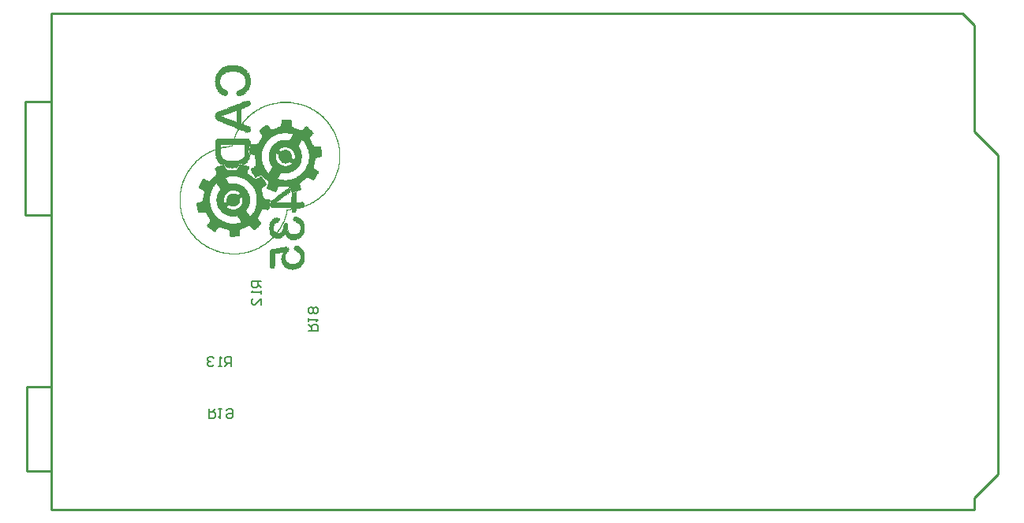
<source format=gbo>
%FSTAX23Y23*%
%MOMM*%
%SFA1B1*%

%IPPOS*%
%ADD34C,0.254000*%
%ADD96C,0.177800*%
%LNramps_tmc-1*%
%LPD*%
G36*
X25562Y47346D02*
X25746D01*
Y473*
X25792*
X25838*
Y47254*
X25884*
Y47208*
X2593*
X25976*
Y47162*
X26022*
Y47116*
X26068*
Y4707*
X26113*
Y47024*
X26159*
Y46932*
X26205*
Y46886*
X26251*
Y46748*
X26297*
Y46702*
X26344*
Y46472*
X2639*
Y45828*
X26344*
Y45645*
X26297*
Y45553*
X26205*
Y45507*
X26251*
Y45415*
X26205*
Y45369*
X26159*
Y45277*
X26113*
Y45231*
X26068*
Y45185*
X26022*
Y45139*
X25976*
Y45093*
X2593*
Y45047*
X25884*
X25838*
Y45001*
X25792*
Y44955*
X25746*
X257*
Y44909*
X25562*
Y44863*
X2547*
Y44817*
X25194*
Y44771*
X25148*
X25102*
X25056*
X2501*
Y44817*
X24688*
Y44863*
X24596*
Y44909*
X24504*
Y44955*
X24412*
Y45001*
X24366*
Y45047*
X2432*
X24274*
Y45093*
X24228*
Y45139*
X24182*
Y45185*
X24136*
Y45277*
X2409*
Y45323*
X24044*
Y45369*
X23998*
Y45507*
X23952*
Y45645*
X23906*
Y45875*
X2386*
Y46013*
X23906*
Y46242*
X23952*
Y4638*
X23998*
Y46518*
X24044*
Y46564*
X2409*
Y4661*
X24044*
Y46656*
X23998*
X23952*
Y4661*
X23768*
Y46564*
X23722*
X23584*
X23538*
X23492*
Y46518*
X23401*
X23355*
X23309*
X23217*
Y45185*
X23171*
Y45001*
X23125*
Y44955*
X23079*
Y44909*
X22757*
Y44955*
X22711*
Y45001*
X22665*
Y45185*
X22619*
Y46702*
X22665*
Y46886*
X22711*
Y46932*
X22757*
Y46978*
X22849*
Y47024*
X22895*
X22986*
Y4707*
X23309*
Y47116*
X23355*
X23492*
Y47162*
X23768*
Y47208*
X23814*
X2386*
X23906*
X23952*
X23998*
X24044*
X2409*
Y47254*
X24136*
X24182*
X24228*
X24274*
Y473*
X2432*
X24458*
X24504*
X2455*
Y47254*
X24596*
Y47208*
X24642*
Y47162*
X24688*
Y47024*
X24734*
Y46932*
X24688*
Y4684*
X24642*
Y46748*
X24596*
Y46702*
X2455*
Y46656*
X24504*
Y46564*
X24458*
Y46518*
X24412*
Y46426*
X24366*
Y45875*
X24412*
Y45782*
X24458*
Y45691*
X24504*
Y45645*
X2455*
Y45599*
X24642*
Y45553*
X24734*
Y45507*
X2478*
Y45461*
X24826*
X24872*
X24918*
X24964*
X2501*
X25056*
X25102*
X25148*
X25194*
X2524*
X25286*
X25332*
X25378*
Y45415*
X25424*
Y45461*
X2547*
Y45507*
X25516*
X25562*
Y45553*
X25654*
Y45599*
X257*
Y45645*
X25746*
Y45599*
X25792*
Y45645*
X25746*
Y45691*
X25792*
Y45737*
X25838*
Y45828*
X25884*
Y45921*
X2593*
Y46334*
X25976*
Y4638*
X2593*
Y46334*
X25884*
Y46426*
X25838*
Y46518*
X25792*
Y46564*
X25746*
Y4661*
X257*
Y46656*
X25654*
Y46702*
X25608*
Y46748*
X25562*
X25516*
Y46794*
X2547*
X25424*
Y4684*
X25332*
Y46886*
X25286*
Y46932*
X2524*
Y47024*
X25194*
Y47162*
X2524*
Y473*
X25286*
X25332*
Y47346*
X25424*
Y47392*
X25562*
Y47346*
G37*
G36*
X20319Y62981D02*
X20411D01*
Y62889*
X20457*
Y62935*
X20503*
Y62889*
X20549*
Y62843*
X20503*
Y62797*
X20595*
Y62521*
X20549*
Y62429*
X20457*
Y62383*
X20365*
Y62337*
X20319*
Y62291*
X20182*
Y62245*
X20044*
Y62199*
X19952*
Y62153*
X19814*
Y62107*
X19676*
Y62061*
X1963*
Y60544*
X19676*
Y6059*
X19722*
Y60682*
X19768*
Y60728*
X19814*
Y60774*
X1986*
Y6082*
X19906*
Y60866*
X19952*
Y60911*
X19998*
Y61003*
X20044*
Y61049*
X2009*
Y61095*
X20136*
Y61142*
X20182*
Y61187*
X20228*
Y61234*
X20274*
Y6128*
X20319*
Y61326*
X20411*
Y61371*
X20457*
Y61417*
X20503*
Y61463*
X20549*
Y61509*
X20595*
Y61555*
X20641*
Y61601*
X20733*
Y61647*
X20779*
Y61693*
X20825*
Y61739*
X20917*
Y61785*
X20963*
Y61831*
X21055*
Y61877*
X21101*
Y61923*
X21193*
Y61969*
X21239*
Y62015*
X21331*
Y62061*
X21423*
Y62107*
X21515*
Y62153*
X21561*
Y62199*
X21653*
Y62245*
X21745*
Y62291*
X21883*
Y62337*
X21975*
Y62383*
X22067*
Y62429*
X22159*
X22205*
Y62475*
X22297*
Y62521*
X22435*
Y62567*
X22573*
Y62613*
X22757*
Y62659*
X22849*
X22895*
X22941*
Y62705*
X22986*
X23032*
X23079*
X23125*
Y62751*
X23171*
X23309*
X23355*
X23401*
Y62797*
X23768*
Y62843*
X24918*
Y62797*
X25286*
Y62751*
X25332*
X2547*
X25516*
X25562*
Y62705*
X25608*
X25654*
X257*
X25746*
Y62659*
X25792*
X25838*
X25884*
X2593*
Y62613*
X26113*
Y62567*
X26251*
Y62521*
X2639*
Y62475*
X26482*
Y62429*
X26619*
Y62383*
X26711*
Y62337*
X26803*
Y62291*
X26941*
Y62245*
X27033*
Y62199*
X27079*
X27125*
Y62153*
X27171*
Y62107*
X27263*
Y62061*
X27355*
Y62015*
X27447*
Y61969*
X27493*
Y61923*
X27585*
Y61877*
X27631*
Y61831*
X27723*
Y61785*
X27769*
Y61739*
X27861*
Y61693*
X27907*
Y61647*
X27953*
Y61601*
X28045*
Y61555*
X28091*
Y61509*
X28137*
Y61463*
X28183*
Y61417*
X28229*
Y61371*
X28275*
Y61326*
X28367*
Y6128*
X28413*
Y61234*
X28459*
Y61187*
X28505*
Y61142*
X28551*
Y61095*
X28597*
Y61049*
X28643*
Y61003*
X28689*
Y60911*
X28735*
Y60866*
X28781*
Y6082*
X28827*
Y60774*
X28873*
Y60728*
X28919*
Y60682*
X28965*
Y6059*
X29011*
Y60544*
X29057*
Y60498*
X29103*
Y60406*
X29149*
Y6036*
X29195*
Y60268*
X2924*
Y60222*
X29286*
Y6013*
X29332*
Y60084*
X29378*
Y59992*
X29424Y59992*
Y599*
X2947*
Y59854*
X29516*
Y59762*
X29563*
Y5967*
X29608*
Y59578*
X29655*
Y59486*
X297*
Y59394*
X29746*
Y59256*
X29792*
Y59164*
X29838*
Y59026*
X29884*
Y58888*
X2993*
Y5875*
X29976*
Y58612*
X30022*
Y58428*
X30068*
Y58199*
X30114*
Y57969*
X3016*
Y57601*
X30206*
Y56451*
X3016*
Y56083*
X30114*
Y55853*
X30068*
Y55623*
X30022*
Y55439*
X29976*
Y55301*
X2993*
Y55163*
X29884*
Y55026*
X29838*
Y54888*
X29792*
Y54796*
X29746*
Y54658*
X297*
Y54566*
X29655*
Y54474*
X29608*
Y54382*
X29563*
Y5429*
X29516*
Y54198*
X2947*
Y54152*
X29424*
Y5406*
X29378*
Y53968*
X29332*
Y53922*
X29286*
Y5383*
X2924*
Y53784*
X29195*
Y53692*
X29149*
Y53646*
X29103*
Y53554*
X29057*
Y53508*
X29011*
Y53462*
X28965*
Y5337*
X28919*
Y53324*
X28873*
Y53278*
X28827*
Y53232*
X28781*
Y53186*
X28735*
Y5314*
X28689*
Y53048*
X28643*
Y53002*
X28597*
Y52956*
X28551*
Y5291*
X28505*
Y52864*
X28459*
Y52818*
X28413*
Y52772*
X28367*
Y52726*
X28275*
Y5268*
X28229*
Y52634*
X28183*
Y52588*
X28137*
Y52542*
X28091*
Y52496*
X28045*
Y5245*
X27953*
Y52404*
X27907*
Y52358*
X27861*
Y52312*
X27815*
X27769*
Y52266*
X27723*
Y5222*
X27631*
Y52174*
X27585*
Y52128*
X27493*
Y52082*
X27447*
Y52036*
X27355*
Y51991*
X27263*
Y51945*
X27171*
Y51899*
X27125*
Y51853*
X27033*
Y51807*
X26941*
Y51761*
X26895*
X26849*
X26803*
Y51715*
X26711*
Y51669*
X26619*
Y51623*
X26482*
Y51577*
X26436*
X2639*
Y51531*
X26251*
Y51485*
X26113*
Y51439*
X2593*
Y51393*
X25746*
Y51347*
X25562*
Y51255*
X25516*
Y51071*
X2547*
Y51025*
X25424*
Y50979*
X25378*
Y50933*
X25148*
Y50979*
X25056*
Y51117*
X2501*
Y51255*
X24964*
X24918*
Y51209*
X24596*
Y51117*
X2455*
Y50887*
X24504*
Y50703*
X24458*
Y50565*
X24412*
Y50427*
X24366*
Y50289*
X2432*
Y50151*
X24274*
Y50059*
X24228*
Y49921*
X24182*
Y49829*
X24136*
Y49737*
X24182*
Y49783*
X24228*
Y49829*
X24504*
Y49783*
X2455*
Y49737*
X24596*
Y49047*
X24642*
Y48909*
X24688*
Y48864*
X24734*
Y48772*
X24826*
Y48726*
X24872*
Y4868*
X24918*
X24964*
Y48634*
X25516*
Y4868*
X25562*
X25608*
Y48726*
X25654*
Y48772*
X25746*
Y48864*
X25838*
Y48955*
X25884*
Y49093*
X2593*
Y49461*
X25884*
Y49599*
X25838*
Y49691*
X25792*
Y49737*
X257*
Y49783*
X25654*
Y49829*
X25608*
Y49875*
X2547*
Y49921*
X25424*
Y49967*
X25286*
Y50013*
X25194*
Y50059*
X25148*
Y50151*
X25102*
Y50289*
X25148*
Y50335*
X25102*
Y50381*
X25148*
Y50427*
X25194*
Y50473*
X2524*
Y50519*
X25608*
Y50473*
X257*
Y50427*
X25792*
Y50381*
X25884*
Y50335*
X2593*
Y50289*
X25976*
Y50243*
X26022*
Y50197*
X26068*
Y50151*
X26113*
Y50105*
X26159*
Y50059*
X26205*
Y49967*
X26251*
Y49875*
X26297*
Y49783*
X26344*
Y49691*
X26297*
Y49645*
X26344*
Y49599*
X2639*
Y48955*
X26344*
Y48772*
X26297*
Y4868*
X26251*
X26205*
Y48634*
X26251*
Y48588*
X26205*
Y48496*
X26159*
Y4845*
X26113*
Y48358*
X26068*
Y48312*
X26022*
Y48266*
X25976*
Y4822*
X2593*
X25884*
Y48174*
X25838*
Y48128*
X25746*
Y48082*
X257*
Y48128*
X25654*
Y48036*
X25562*
Y4799*
X25516*
X2547*
X25332*
X25286*
Y47944*
X2524*
X25194*
X25148*
X25102*
Y4799*
X25056*
Y48036*
X2501*
Y4799*
X24964*
X24918*
X24872*
Y48036*
X24826*
Y48082*
X24734*
Y48128*
X24642*
Y48174*
X24688*
Y4822*
X24642*
Y48174*
X24596*
Y4822*
X2455*
Y48266*
X24504*
Y48312*
X24458*
Y48358*
X24412*
Y4845*
X24366*
Y48542*
X24228*
Y4845*
X24182*
Y48404*
X24136*
X2409*
Y48358*
X24044*
Y48312*
X23998*
Y48266*
X23952*
X23906*
Y4822*
X2386*
X23814*
Y48174*
X23768*
X23722*
X23676*
Y48128*
X23309*
Y48174*
X23263*
X23217*
Y4822*
X23171*
X23125*
X23079*
X23032*
Y48174*
X22986*
Y48128*
X22941*
Y48082*
X22895*
Y48036*
X22849*
Y4799*
X22757*
Y47944*
X22711*
Y47898*
X22665*
Y47852*
X22619*
Y47806*
X22573*
Y4776*
X22527*
Y47714*
X22435*
Y47668*
X22389*
Y47622*
X22343*
Y47576*
X22251*
Y4753*
X22205*
Y47484*
X22113*
Y47438*
X22067*
Y47392*
X21975*
Y47346*
X21929*
Y473*
X21837*
Y47254*
X21745*
Y47208*
X21653*
Y47162*
X21607*
Y47116*
X21515*
Y4707*
X21423*
Y47024*
X21285*
Y46978*
X21193*
Y46932*
X21101*
Y46886*
X20963*
Y4684*
X20871*
Y46794*
X20733*
Y46748*
X20595*
Y46702*
X20411*
Y46656*
X20228*
Y4661*
X20044*
Y46564*
X19768*
Y46518*
X19492*
X19446*
X194*
Y46472*
X19354*
X19216*
X1917*
X19124*
X18986*
X1894*
X18894*
X18756*
X1871*
X18664*
X18526*
X1848*
X18434*
X18388*
X18342*
X18296*
X1825*
Y46518*
X18204*
X18158*
X18112*
X18066*
X1802*
X17974*
X17928*
X17882*
Y46564*
X17836*
X1779*
X17744*
X17606*
Y4661*
X17422*
Y46656*
X17376*
X1733*
X17284*
X17238*
Y46702*
X17193*
X17147*
X17101*
X17055*
Y46748*
X17009*
X16963*
X16917*
Y46794*
X16825*
X16779*
Y4684*
X16687*
Y46886*
X16595*
X16549*
Y46932*
X16503*
X16457*
Y46978*
X16411*
X16365*
Y47024*
X16319*
X16273*
X16227*
Y4707*
X16135*
Y47116*
X16043*
Y47162*
X15997*
Y47208*
X15951*
X15905*
Y47254*
X15859*
X15813*
Y473*
X15721*
Y47346*
X15675*
Y47392*
X15583*
Y47438*
X15537*
Y47484*
X15445*
X15445Y4753*
X15399*
Y47576*
X15307*
Y47622*
X15261*
Y47668*
X15215*
Y47714*
X15169*
X15123*
Y4776*
X15077*
Y47806*
X15031*
Y47852*
X14985*
Y47898*
X14939*
Y47944*
X14893*
Y4799*
X14801*
Y48036*
X14755*
Y48082*
X14709*
Y48128*
X14663*
Y48174*
X14617*
Y4822*
X14571*
Y48266*
X14526*
Y48312*
X1448*
Y48404*
X14434*
Y4845*
X14388*
Y48496*
X14341*
Y48542*
X14295*
Y48588*
X1425*
Y48634*
X14203*
Y48726*
X14157*
Y48772*
X14111*
Y48818*
X14066*
Y48909*
X1402*
Y48955*
X13974*
Y49047*
X13928*
Y49093*
X13882*
Y49186*
X13836*
Y49232*
X1379*
Y49324*
X13744*
Y49415*
X13698*
Y49461*
X13652*
Y49553*
X13606*
Y49645*
X1356*
Y49737*
X13514*
Y49829*
X13468*
Y49921*
X13422*
Y50059*
X13376*
Y50151*
X1333*
Y50289*
X13284*
Y50427*
X13238*
Y50565*
X13192*
Y50703*
X13146*
Y50887*
X131*
Y51117*
X13054*
Y51347*
X13008*
Y51715*
X12962*
Y52864*
X13008*
Y53232*
X13054*
Y53462*
X131*
Y53692*
X13146*
Y53876*
X13192*
Y54014*
X13238*
Y54152*
X13284*
Y5429*
X1333*
Y54428*
X13376*
Y5452*
X13422*
Y54658*
X13468*
Y5475*
X13514*
Y54842*
X1356*
Y54934*
X13606*
Y55026*
X13652*
Y55117*
X13698*
Y55163*
X13744*
Y55255*
X1379*
Y55347*
X13836*
Y55393*
X13882*
Y55485*
X13928*
Y55531*
X13974*
Y55623*
X1402*
Y55669*
X14066*
Y55761*
X14111*
Y55807*
X14157*
Y55853*
X14203*
Y55945*
X14249*
X1425Y55991*
X14295*
Y56037*
X14341*
Y56083*
X14388*
Y56129*
X14434*
Y56175*
X1448*
Y56267*
X14526*
Y56313*
X14571*
Y56359*
X14617*
Y56405*
X14663*
Y56451*
X14709*
Y56497*
X14755*
Y56543*
X14801*
Y56589*
X14893*
Y56635*
X14939*
Y56681*
X14985*
Y56727*
X15031*
Y56773*
X15077*
Y56819*
X15123*
Y56865*
X15215*
Y56911*
X15261*
Y56957*
X15307*
Y57003*
X15399*
Y57049*
X15445*
Y57095*
X15537*
Y57141*
X15583*
Y57187*
X15675*
Y57233*
X15721*
Y57279*
X15813*
Y57325*
X15905*
Y57371*
X15997*
Y57417*
X16043*
Y57463*
X16135*
Y57509*
X16227*
Y57555*
X16365*
Y57601*
X16411*
X16457*
Y57647*
X16549*
Y57693*
X16687*
Y57739*
X16779*
Y57784*
X16825*
Y58704*
X16871*
Y58796*
X16917*
Y58842*
X16963*
Y58888*
X17193*
Y58934*
X17744*
X1779*
X17836*
X17974*
X1802*
X18066*
X18204*
X1825*
X18296*
X18434*
X1848*
X18526*
X18802*
Y59026*
X18848*
Y59164*
X18894*
Y59256*
X1894*
Y59394*
X18986*
Y59486*
X19032*
Y59578*
X19078*
Y5967*
X19124*
Y59762*
X1917*
Y59854*
X19216*
Y599*
X19262*
Y59946*
X19124*
Y59992*
X19032*
X18986Y59992*
Y60038*
X1894*
X18894*
Y60084*
X18802*
Y6013*
X18664*
Y60176*
X18572*
Y60222*
X18526*
X1848*
X18434*
Y60268*
X18388*
X18342*
X18296*
Y60314*
X1825*
Y6036*
X18112*
Y60406*
X18066*
X1802*
X17974*
Y60452*
X17928*
X17882*
Y60498*
X17836*
X1779*
X17744*
Y60544*
X17698*
X17652*
Y6059*
X17561*
Y60636*
X17422*
Y60682*
X1733*
X17284*
Y60728*
X17238*
X17193*
Y60774*
X17147*
X17101*
X17055*
Y6082*
X17009*
Y60866*
X16963*
Y60911*
X16871*
Y61003*
X16825*
Y61049*
X16779*
Y61234*
X16733*
Y61326*
X16779*
Y61509*
X16825*
Y61601*
X16871*
Y61647*
X16917*
Y61693*
X16963*
Y61739*
X17009*
X17055*
X17101*
Y61785*
X17147*
Y61831*
X17238*
X17284*
Y61877*
X17422*
Y61923*
X17468*
X17514*
Y61969*
X17561*
X17606*
X17652*
Y62015*
X17698*
X17744*
Y62061*
X1779*
X17836*
Y62107*
X17928*
Y62061*
X17974*
Y62153*
X18066*
Y62199*
X18112*
X18158*
X18204*
Y62153*
X1825*
Y62199*
X18204*
Y62245*
X1825*
X18296*
X18342*
Y62291*
X18434*
Y62337*
X18526*
Y62383*
X18664*
Y62429*
X1871*
X18756*
Y62475*
X18894*
Y62521*
X1894*
X18986*
X19032*
Y62567*
X19124*
Y62521*
X1917*
Y62567*
X19124*
Y62613*
X19262*
Y62659*
X19308*
X19354*
X194*
Y62705*
X19446*
X19492*
Y62751*
X19584*
Y62797*
X19722*
Y62843*
X19814*
Y62889*
X19952*
Y62935*
X20044*
Y62889*
X2009*
Y62981*
X20274*
Y63027*
X20319*
Y62981*
G37*
G36*
X19078Y66752D02*
X1917D01*
X19216*
X19262*
Y66706*
X19446*
Y6666*
X19584*
Y66614*
X19676*
Y66568*
X19768*
Y66522*
X1986*
Y66476*
X19906*
Y6643*
X19952*
Y66384*
X20044*
Y66338*
X2009*
Y66292*
X20136*
Y66246*
X20182*
Y662*
X20228*
Y66154*
X20274*
Y66108*
X20319*
Y66016*
X20365*
Y6597*
X20411*
Y65878*
X20457*
Y6574*
X20503*
Y65648*
X20549*
Y65418*
X20595*
Y64636*
X20549*
Y64452*
X20503*
Y6436*
X20457*
Y64222*
X20411*
Y6413*
X20365*
Y64084*
X20319*
Y63993*
X20274*
Y64038*
X20228*
Y63993*
X20274*
Y63947*
X20228*
Y63901*
X20182*
Y63855*
X20136*
Y63809*
X2009*
Y63855*
X20044*
Y63809*
X2009*
Y63763*
X20044*
Y63717*
X19998*
Y63763*
X19952*
Y63671*
X19906*
Y63625*
X19814*
Y63579*
X19722*
Y63533*
X1963*
Y63487*
X19216*
Y63533*
X1917*
Y63579*
X19124*
Y63625*
X19078*
Y63763*
X19032*
Y63809*
X19078*
Y63947*
X19124*
Y63993*
X1917*
Y64038*
X19216*
Y64084*
X19354*
Y6413*
X194*
X19446*
X19492*
Y64176*
X19538*
Y64222*
X1963*
Y64268*
X19722*
Y64314*
X19768*
Y6436*
X19814*
Y64452*
X1986*
Y64498*
X19906*
Y6459*
X19952*
Y64682*
X19998*
Y6482*
X20044*
Y6528*
X19998*
Y65372*
X19952*
Y6551*
X19906*
Y65602*
X1986*
Y65648*
X19814*
Y65694*
X19768*
Y6574*
X19814*
Y65786*
X19768*
Y6574*
X19722*
Y65786*
X19676*
Y65832*
X1963*
Y65878*
X19538*
Y65924*
X19446*
Y6597*
X194*
X19308*
Y66016*
X19216*
X1917*
X19124*
X19078*
Y66062*
X19032*
X18986*
X1894*
X18894*
X18848*
X18802*
X18756*
X1871*
X18664*
X18618*
X18572*
X18526*
X1848*
X18434*
X18388*
X18342*
Y66016*
X18296*
X1825*
X18204*
X18112*
Y6597*
X18066*
X1802*
X17974*
X17928*
Y65924*
X17882*
Y65878*
X1779*
Y65832*
X17744*
X17698*
Y65786*
X17652*
Y6574*
X17606*
Y65786*
X17561*
Y6574*
X17606*
Y65694*
X17561*
Y65648*
X17514*
Y65694*
X17468*
Y65648*
X17514*
Y65556*
X17468*
Y6551*
X17422*
Y65418*
X17376*
Y65234*
X1733*
Y64774*
X17376*
Y64636*
X17422*
Y64544*
X17468*
Y64498*
X17514*
Y64407*
X17561*
Y6436*
X17606*
Y64314*
X17652*
Y64268*
X17744*
Y64222*
X1779*
Y64176*
X17882*
Y6413*
X17928*
X17974*
Y64084*
X1802*
Y64038*
X18112*
Y63993*
X18158*
Y63855*
X18204*
Y63763*
X18158*
Y63625*
X18112*
Y63579*
X18066*
Y63533*
X1802*
Y63487*
X17698*
Y63533*
X17606*
Y63579*
X17514*
Y63671*
X17468*
Y63625*
X17422*
Y63671*
X17376*
Y63717*
X17284*
Y63763*
X17238*
Y63809*
X17193*
Y63855*
X17147*
Y63901*
X17101*
Y63993*
X17055*
Y64038*
X17009*
Y64084*
X17055*
Y6413*
X17009*
X16963*
Y64222*
X16917*
Y64314*
X16871*
Y64452*
X16825*
Y64636*
X16779*
Y64958*
X16733*
Y65096*
X16779*
Y65418*
X16825*
Y65602*
X16871*
Y6574*
X16917*
Y65832*
X16963*
Y65924*
X17055*
Y6597*
X17009*
Y66016*
X17055*
Y66062*
X17101*
Y66016*
X17147*
Y66062*
X17101*
Y66108*
X17147*
Y662*
X17193*
Y66246*
X17238*
Y66292*
X17284*
Y66338*
X1733*
Y66384*
X17422*
Y6643*
X17468*
Y66384*
X17514*
Y6643*
X17468*
Y66476*
X17514*
Y66522*
X17561*
Y66476*
X17606*
Y66568*
X17652*
X17698Y66568*
Y66614*
X1779*
Y6666*
X17928*
Y66706*
X17974*
X1802*
X18066*
X18112*
Y66752*
X18158*
X18204*
X1825*
Y66798*
X18296*
X18342*
X18388*
X18434*
X1848*
X18526*
X18572*
X18618*
X18664*
X1871*
X18756*
X18894*
X1894*
X18986*
X19078*
Y66752*
G37*
%LNramps_tmc-2*%
%LPC*%
G36*
X16963Y5406D02*
X16917D01*
Y54014*
X16871*
Y53968*
X16825*
Y53922*
X16779*
Y53876*
X16733*
Y53784*
X16687*
Y53738*
X16641*
Y53692*
X16595*
Y536*
X16549*
Y53508*
X16503*
Y53416*
X16457*
Y53324*
X16411*
Y53232*
X16365*
Y53094*
X16319*
Y52956*
X16273*
Y5268*
X16227*
Y51945*
X16273*
Y51623*
X16319*
Y51531*
X16365*
Y51347*
X16411*
Y51255*
X16457*
Y51163*
X16503*
Y51071*
X16549*
Y51025*
X16595*
Y50933*
X16641*
Y50887*
X16687*
Y50795*
X16733*
Y50703*
X16779*
X16825*
Y50611*
X16871*
Y50565*
X16917*
Y50519*
X16963*
Y50473*
X17009*
Y50427*
X17055*
Y50381*
X17101*
Y50335*
X17147*
Y50289*
X17193*
X17238*
Y50243*
X17284*
Y50197*
X1733*
X17376*
Y50151*
X17468*
Y50105*
X17514*
Y50059*
X17561*
X17606*
Y50013*
X17744*
Y49967*
X1779*
X17836*
Y49921*
X17974*
Y49875*
X18112*
Y49829*
X18204*
X1825*
X18296*
X18342*
Y49783*
X18388*
X18434*
X1848*
X18526*
X18572*
X18618*
X19078*
Y49829*
X19354*
Y49875*
X194*
X19446*
X19492*
Y49921*
X19538*
Y50013*
X19492*
Y50059*
X19446*
Y50151*
X194*
Y50243*
X19354*
Y50289*
X19308*
Y50381*
X19262*
Y50427*
X19216*
Y50519*
X1917*
Y50565*
X19124*
Y50519*
X1848*
X18434*
X18388*
X18342*
Y50565*
X18296*
X1825*
X18158*
Y50611*
X18066*
Y50657*
X17928*
Y50703*
X17882*
Y50749*
X1779*
Y50795*
X17744*
Y50841*
X17698*
X17652*
Y50887*
X17606*
Y50933*
X17561*
Y50979*
X17514*
Y51025*
X17422*
Y51117*
X17376*
Y51163*
X1733*
Y51209*
X17284*
Y51255*
X17238*
Y51347*
X17193*
Y51393*
X17147*
Y51485*
X17101*
Y51623*
X17055*
Y51715*
X17009*
Y51899*
X16963*
Y52128*
X16917*
Y52496*
X16963*
Y5268*
X17009*
Y52864*
X17055*
Y53002*
X17101*
Y53094*
X17147*
Y53186*
X17193*
Y53278*
X17238*
Y53324*
X17284*
Y53416*
X1733*
Y53462*
X17284*
Y53554*
X17238*
Y53646*
X17193*
Y53692*
X17147*
Y53784*
X17101*
Y5383*
X17055*
Y53922*
X17009*
Y53968*
X16963*
Y5406*
G37*
G36*
X19032Y54796D02*
X18986D01*
X1894*
X18894*
X18848*
X18802*
X18756*
X1871*
X18664*
X18618*
X18572*
X18526*
X1848*
X18434*
X18388*
X18342*
X1825*
Y5475*
X18066*
Y54704*
X17974*
X17928*
Y54612*
X17974*
Y5452*
X1802*
Y54474*
X18066*
Y54382*
X18112*
Y54336*
X18158*
Y54244*
X18204*
Y54152*
X1825*
Y54106*
X18296*
Y5406*
X18572*
Y54106*
X18894*
Y5406*
X1894*
X18986*
X19032*
X19078*
X19124*
X1917*
X19216*
Y54014*
X19262*
X19308*
X19354*
Y53968*
X19446*
Y53922*
X19584*
Y53876*
X1963*
Y5383*
X19676*
X19722*
Y53784*
X19768*
Y53738*
X1986*
Y53692*
X19906*
Y53646*
X19952*
Y536*
X19998*
Y53554*
X20044*
Y53508*
X2009*
Y53462*
X20136*
Y53416*
X20182*
Y53324*
X20228*
Y53278*
X20274*
Y53186*
X20319*
Y53094*
X20365*
Y53002*
X20411*
Y52864*
X20457*
Y52726*
X20503*
Y52496*
X20549*
Y52082*
X20503*
Y51899*
X20457*
Y51715*
X20411*
Y51577*
X20365*
Y51485*
X20319*
Y51393*
X20274*
Y51347*
X20228*
Y51255*
X20182*
Y51209*
X20136*
Y51117*
X20182*
Y51071*
X20228*
Y50979*
X20274*
Y50933*
X20319*
Y50841*
X20365*
Y50749*
X20411*
Y50703*
X20457*
Y50611*
X20503*
Y50565*
X20595*
Y50611*
X20641*
Y50657*
X20687*
Y50703*
X20733*
Y50795*
X20779*
Y50841*
X20825*
Y50933*
X20871*
Y50979*
X20917*
Y51071*
X20963*
Y51117*
X21009*
Y51255*
X21055*
Y51393*
X21101*
Y51485*
X21147*
Y51669*
X21193*
Y51853*
X21239*
Y52726*
X21193*
Y52956*
X21147*
Y53094*
X21101*
Y53232*
X21055*
Y53324*
X21009*
Y53462*
X20963*
Y53508*
X20917*
Y536*
X20871*
Y53692*
X20825*
Y53738*
X20779*
Y5383*
X20733*
Y53876*
X20687*
Y53922*
X20641*
Y53968*
X20595*
Y54014*
X20549*
Y5406*
X20503*
Y54106*
X20457*
Y54152*
X20411*
Y54198*
X20365*
Y54244*
X20319*
Y5429*
X20274*
Y54336*
X20228*
X20182*
Y54382*
X20136*
X2009*
Y54428*
X20044*
Y54474*
X19952*
Y5452*
X19906*
Y54566*
X19814*
Y54612*
X19676*
Y54658*
X19538*
Y54704*
X19446*
Y5475*
X19216*
Y54796*
X19078*
X19032*
G37*
G36*
X25424Y53186D02*
X25332D01*
Y5314*
X25424*
Y53186*
G37*
G36*
X18756Y53324D02*
X18664D01*
Y53278*
X18434*
Y53232*
X18388*
X18342*
X18296*
Y53186*
X1825*
Y5314*
X18158*
Y53094*
X18112*
Y53048*
X18066*
Y53002*
X1802*
Y52956*
X17974*
Y5291*
X17928*
Y52864*
X17882*
Y52818*
X17836*
Y5268*
X1779*
Y52588*
X17744*
Y52036*
X1779*
Y51991*
X17836*
Y52036*
X17882*
X17928*
Y52082*
X17974*
X1802*
Y52496*
X18066*
Y52588*
X18112*
Y52726*
X18204*
Y52818*
X1825*
Y52864*
X18342*
Y5291*
X18388*
Y52956*
X1848*
Y53002*
X18894*
X1894*
X18986*
Y52956*
X19032*
X19078*
Y5291*
X1917*
Y52864*
X19216*
Y5291*
X19308*
Y52956*
X19354*
Y53002*
X19446*
Y53048*
X19354*
Y53094*
X19308*
Y5314*
X19262*
Y53186*
X19216*
X1917*
Y53232*
X19124*
X19032*
Y53278*
X18986*
X1894*
X18894*
X18756*
Y53324*
G37*
G36*
X2478Y53646D02*
X24734D01*
Y536*
X2478*
Y53462*
X24826*
Y53324*
X24872*
Y53232*
X24918*
Y53324*
X24872*
Y53462*
X24826*
Y536*
X2478*
Y53646*
G37*
G36*
X19262Y55853D02*
X19216D01*
Y55807*
X1917*
Y55761*
X19124*
Y55715*
X19078*
X19032*
Y55761*
X18756*
Y55715*
X18526*
Y55761*
X18342*
Y55715*
X1825*
Y55761*
X18204*
Y55807*
X18158*
X18112*
X18066*
X1802*
Y55761*
X17974*
Y55853*
X17928*
X17882*
Y55807*
X17928*
Y55669*
X17974*
Y55623*
X1802*
Y55577*
X18066*
Y55531*
X18204*
X1825*
X18296*
X18342*
X18388*
X18434*
X1848*
X18526*
X18572*
X18618*
X18664*
X19078*
Y55577*
X19124*
Y55623*
X1917*
Y55669*
X19216*
Y55761*
X19262*
Y55853*
G37*
G36*
X17468Y56083D02*
X17422D01*
Y56037*
X17468*
X17561*
Y56083*
X17514*
X17468*
G37*
G36*
X194Y56175D02*
X19354D01*
Y56083*
X194*
Y56129*
X19446*
Y56175*
X194*
G37*
G36*
X19722Y56129D02*
Y56083D01*
X19814*
Y56129*
X19768*
X19722*
G37*
G36*
X17744D02*
X17561D01*
Y56083*
X17744*
Y56037*
X1779*
Y55945*
X17836*
Y55853*
X17882*
Y55945*
X17836*
Y56037*
X1779*
Y56083*
X17744*
Y56129*
G37*
G36*
X19308Y55945D02*
X19262D01*
Y55853*
X19308*
Y55945*
G37*
G36*
X19354Y56083D02*
X19308D01*
Y55991*
X19354*
Y56083*
G37*
G36*
X25286Y5314D02*
X25194D01*
Y53094*
X2524*
X25286*
Y5314*
G37*
G36*
X24504Y48404D02*
X24458D01*
Y48358*
X24504*
Y48404*
G37*
G36*
X24596Y49047D02*
X2455D01*
Y49001*
X24596*
Y49047*
G37*
G36*
X24136Y49737D02*
X2409D01*
Y49645*
X24044*
Y49553*
X23998*
Y49461*
X23952*
Y49415*
X23906*
Y49324*
X2386*
Y49232*
X23814*
Y49186*
X23768*
Y49093*
X23722*
Y49047*
X23676*
Y48955*
X2363*
Y48909*
X23584*
Y48818*
X23538*
Y48772*
X23722*
Y48818*
X23768*
X23814*
Y48864*
X2386*
X23906*
Y48909*
X23952*
Y48955*
X23998*
Y49047*
X24044*
Y4914*
X2409*
Y49553*
X24136*
Y49737*
G37*
G36*
X24458Y45645D02*
Y45599D01*
X24504*
Y45645*
X24458*
G37*
G36*
X25884Y45737D02*
X25838D01*
Y45691*
X25884*
Y45737*
G37*
G36*
X24596Y47208D02*
X2455D01*
Y47162*
X24596*
Y47208*
G37*
G36*
X22711Y52128D02*
X22665D01*
Y51991*
X22711*
Y52128*
G37*
G36*
X19722Y52588D02*
X19584D01*
Y52542*
X19538*
Y52496*
X19492*
X19446*
Y52082*
X194*
Y51945*
X19354*
Y51899*
X19308*
Y51853*
X19262*
Y51761*
X1917*
Y51715*
X19124*
Y51669*
X19032*
Y51623*
X1894*
Y51577*
X18664*
X18618*
X18572*
X18526*
Y51623*
X1848*
X18434*
Y51669*
X18342*
Y51715*
X18204*
Y51669*
X18158*
Y51623*
X18066*
Y51531*
X18112*
Y51485*
X18204*
Y51439*
X1825*
Y51393*
X18296*
X18342*
Y51347*
X18388*
X18434*
X18526*
Y51301*
X18802*
X18848*
X18894*
X1894*
X18986*
Y51347*
X19032*
X19078*
X19124*
Y51393*
X1917*
X19216*
Y51439*
X19262*
X19308*
Y51485*
X19354*
Y51531*
X194*
Y51577*
X19446*
Y51623*
X19492*
Y51669*
X19538*
Y51715*
X19584*
Y51807*
X1963*
Y51853*
X19676*
Y52036*
X19722*
Y52588*
G37*
G36*
X24918Y53186D02*
X24872D01*
Y53094*
X24826*
Y53048*
X2478*
Y53094*
X24734*
Y53048*
X24688*
Y52956*
X24642*
Y5291*
X24596*
Y52956*
X2455*
Y5291*
X24504*
Y52818*
X24458*
Y52864*
X24412*
Y52818*
X24458*
Y52772*
X24412*
Y52818*
X24366*
Y52772*
X2432*
Y5268*
X24182*
Y52634*
X24136*
X2409*
Y52588*
X24136*
Y52542*
X2409*
X24044*
X23998*
Y52496*
X23952*
Y52404*
X23906*
Y5245*
X2386*
Y52404*
X23814*
Y52312*
X23768*
Y52358*
X23722*
Y52312*
X23676*
Y52266*
X2363*
Y52174*
X23584*
Y5222*
X23538*
Y52174*
X23584*
Y52128*
X23538*
Y52174*
X23492*
Y52128*
X23446*
Y52082*
X23492*
X23538*
X23584*
X2363*
X24136*
X24182*
X24228*
X24274*
X2432*
X24366*
X24412*
X24458*
X24504*
X2455*
X24596*
X24642*
X24688*
X24734*
X24964*
Y52174*
X2501*
Y5222*
X24964*
Y52266*
X2501*
Y52312*
X24964*
Y52358*
X2501*
Y52404*
X24964*
Y5245*
X2501*
Y52496*
X24964*
Y52542*
X2501*
Y52588*
X24964*
Y52634*
X2501*
Y5268*
X24964*
Y52726*
X2501*
Y52772*
X24964*
Y52818*
X2501*
Y52864*
X24964*
Y5291*
X2501*
Y52956*
X24964*
Y53002*
X2501*
Y53048*
X24964*
Y53094*
X2501*
Y53048*
X25148*
Y53094*
X2501*
Y5314*
X24918*
Y53186*
G37*
G36*
X26068Y50151D02*
X26022D01*
Y50105*
X26068*
Y50151*
G37*
G36*
X25884Y50335D02*
X25838D01*
Y50289*
X25884*
Y50335*
G37*
G36*
X25608Y51485D02*
X25562D01*
Y51439*
X25654*
Y51485*
X25608*
G37*
G36*
X20274Y62383D02*
X20228D01*
Y62337*
X20274*
Y62383*
G37*
G36*
X24274Y62751D02*
X24228D01*
X24182*
X24136*
X2409*
X2386*
Y62705*
X23492*
Y62659*
X23355*
X23309*
X23263*
X23217*
Y62613*
X23032*
Y62567*
X22849*
Y62521*
X22665*
Y62475*
X22527*
Y62429*
X22389*
Y62383*
X22297*
Y62337*
X22159*
Y62291*
X22067*
Y62245*
X22021*
X21975*
Y62199*
X21837*
Y62153*
X21745*
Y62107*
X21653*
Y62061*
X21607*
Y62015*
X21515*
Y61969*
X21469*
X21423*
Y61923*
X21377*
X21331*
Y61877*
X21285*
Y61831*
X21193*
Y61785*
X21147*
Y61739*
X21055*
Y61693*
X21009*
Y61647*
X20917*
Y61601*
X20871*
Y61555*
X20825*
Y61509*
X20733*
Y61463*
X20687*
Y61417*
X20641*
Y61371*
X20595*
Y61326*
X20549*
Y6128*
X20503*
Y61234*
X20411*
Y61187*
X20365*
Y61142*
X20319*
Y61095*
X20274*
Y61049*
X20228*
Y61003*
X20182*
Y60957*
X20136*
Y60911*
X2009*
Y6082*
X20044*
Y60774*
X19998*
Y60728*
X19952*
Y60682*
X19906*
Y60636*
X1986*
Y6059*
X19814*
Y60406*
X1986*
X19952*
Y6036*
X19998*
Y60406*
X20044*
Y6036*
X2009*
Y60314*
X20136*
Y6036*
X20182*
Y60268*
X20274*
Y60222*
X20365*
Y60268*
X20411*
Y60176*
X20457*
Y6013*
X20503*
Y60176*
X20549*
Y6013*
X20595*
Y60084*
X20549*
Y60038*
X20595*
X20641*
Y59992*
X20595*
Y59808*
X20641*
Y59762*
X20549*
Y59716*
X20595*
Y5967*
X20503*
Y59578*
X20457*
Y59532*
X20411*
Y59578*
X20319*
Y59532*
X20228*
Y59578*
X20182*
X20136*
X2009*
Y59532*
X20044*
Y59578*
X19998*
Y59624*
X19952*
Y59578*
X19906*
Y5967*
X1986*
Y59624*
X19814*
Y59716*
X19722*
Y5967*
X19676*
Y59762*
X1963*
Y59716*
X19584*
Y59762*
X19538*
Y59808*
X19492*
X19446*
Y59854*
X194*
Y59808*
X19354*
X19308*
Y59762*
X19262*
Y5967*
X19216*
Y59578*
X1917*
Y59486*
X19124*
Y59394*
X19078*
Y59302*
X19032*
Y59164*
X18986*
Y59072*
X1894*
Y58934*
X18986*
X19032*
X19078*
X19124*
X19262*
X19308*
X19354*
X194*
X19446*
X19492*
X19538*
X19584*
X1963*
X19676*
X19722*
X19906*
X19952*
X19998*
X20044*
X2009*
X20136*
Y58888*
X20228*
X20274*
X20319*
Y58934*
X20365*
Y58888*
X20411*
X20457*
Y58842*
X20503*
Y58796*
X20457*
Y5875*
X20503*
Y58658*
X20595*
Y58336*
X20871*
Y5829*
X21285*
Y58336*
X21331*
Y58382*
X21377*
Y58428*
X21423*
Y58474*
X21469*
Y58566*
X21515*
Y58612*
X21561*
Y58704*
X21607*
Y5875*
X21653*
Y58842*
X21699*
Y58934*
X21745*
Y5898*
X21791*
Y59072*
X21837*
Y59256*
X21791*
Y59348*
X21745*
Y59394*
X21699*
Y5944*
X21653*
Y59532*
X21607*
Y59578*
X21561*
Y59624*
X21515*
Y59808*
X21561*
Y59854*
X21607*
Y599*
X21653*
Y59946*
X21745*
Y59992*
X21791*
Y60038*
X21837*
Y60084*
X21883*
Y6013*
X21929*
Y60176*
X22021*
Y60222*
X22067*
Y60268*
X22159*
Y60314*
X22205*
Y6036*
X22297*
Y60406*
X22343*
Y6036*
X22435*
Y60314*
X22481*
Y60268*
X22527*
Y60176*
X22573*
Y6013*
X22619*
Y60084*
X22665*
Y60038*
X22711*
Y59946*
X23125*
Y59992*
X23171*
X23217*
Y60038*
X23263*
X23309*
X23355*
X23401*
Y60084*
X23446*
X23492*
X23538*
Y6013*
X2363*
Y60176*
X23768*
Y60222*
X23814*
Y60268*
X2386*
Y60498*
X23906*
Y60866*
X23952*
Y60911*
X2409*
Y60957*
X24136*
X24182*
X24228*
X24274*
X2432*
Y60911*
X24918*
Y60866*
X2501*
Y60774*
X25056*
Y60452*
X2501*
Y60314*
X25056*
Y60176*
X25102*
Y6013*
X25148*
X25194*
Y60084*
X2524*
X25286*
Y60038*
X25424*
Y59992*
X25516*
Y59946*
X25608*
Y599*
X25746*
Y59854*
X25838*
Y59808*
X25884*
X2593*
X25976*
X26022*
X26068*
X26159*
Y59854*
X26205*
Y599*
X26251*
Y59946*
X26297*
Y60038*
X26344*
Y60084*
X2639*
Y6013*
X26436*
Y60176*
X26528*
Y60222*
X26619*
Y60176*
X26711*
Y6013*
X26757*
Y60084*
X26803*
Y60038*
X26849*
Y59992*
X26895*
Y59946*
X26941*
Y599*
X26987*
Y59854*
X27033*
Y59808*
X27125*
Y59762*
X27171*
Y59716*
X27217*
Y5967*
X27263*
Y59578*
X27309*
Y59532*
X27355*
Y5944*
X27309*
Y59394*
X27263*
Y59302*
X27217*
Y59256*
X27171*
Y5921*
X27125*
Y59164*
X27079*
Y59118*
X27033*
Y59072*
X26987*
Y58796*
X27033*
Y58704*
X27079*
Y58612*
X27125*
Y5852*
X27171*
Y58428*
X27217*
Y58336*
X27263*
Y58244*
X27309*
Y58199*
X27355*
Y58107*
X27401*
Y58061*
X27447*
Y58015*
X27539*
Y57969*
X27585*
Y58015*
X27723*
X27769*
X27815*
X27861*
X27907*
X27953*
X28137*
Y57969*
X28183*
Y57693*
X28229*
Y57463*
X28275*
Y56957*
X28229*
Y56911*
X28045*
Y56865*
X27723*
Y56819*
X27631*
Y56773*
X27585*
Y56681*
X27539*
Y56497*
X27493*
Y56267*
X27447*
Y56083*
X27401*
Y55669*
X27447*
X27493*
Y55623*
X27539*
Y55577*
X27631*
Y55531*
X27677*
Y55485*
X27769*
Y55439*
X27815*
Y55393*
X27861*
X27907*
Y55255*
X27861*
Y55117*
X27815*
Y55072*
X27769*
Y5498*
X27723*
Y54934*
X27677*
Y54842*
X27631*
Y5475*
X27585*
Y54704*
X27539*
Y54612*
X27493*
Y54566*
X27447*
Y54474*
X27401*
Y54428*
X27217*
Y54474*
X27125*
Y5452*
X27079*
Y54566*
X27033*
X26987*
Y54612*
X26895*
Y54658*
X26849*
Y54704*
X26665*
Y54658*
X26573*
Y54612*
X26528*
Y54566*
X26482*
Y5452*
X2639*
Y54474*
X26344*
Y54428*
X26297*
Y54382*
X26205*
Y54336*
X26159*
Y5429*
X26113*
Y54244*
X26022*
Y54198*
X25976*
Y54152*
X2593*
Y54106*
X25884*
Y53876*
X2593*
Y53692*
X25976*
Y53554*
X26022*
Y53416*
X25976*
Y5337*
X2593*
Y53324*
X25838*
Y53278*
X257*
Y53232*
X2547*
Y53186*
X25562*
Y52082*
X26068*
Y52128*
X26205*
Y52036*
X26251*
Y52082*
X26297*
Y51991*
X26344*
X2639*
Y51899*
X26436*
Y51853*
X2639*
Y51715*
X26528*
Y51761*
X26619*
Y51807*
X26711*
Y51853*
X26849*
Y51899*
X26941*
Y51945*
X27033*
Y51991*
X27079*
Y52036*
X27125*
X27171*
Y52082*
X27263*
Y52128*
X27355*
Y52174*
X27401*
Y5222*
X27493*
Y52266*
X27539*
Y52312*
X27585*
X27631*
Y52358*
X27677*
Y52404*
X27723*
X27769*
Y5245*
X27815*
Y52496*
X27861*
Y52542*
X27953*
Y52588*
X27999*
Y52634*
X28045*
Y5268*
X28091*
Y52726*
X28137*
Y52772*
X28183*
Y52818*
X28275*
Y52864*
X28321*
Y5291*
X28367*
Y52956*
X28413*
Y53002*
X28459*
Y53048*
X28505*
Y53094*
X28551*
Y5314*
X28597*
Y53232*
X28643*
Y53278*
X28689*
Y53324*
X28735*
Y5337*
X28781*
Y53416*
X28827*
Y53462*
X28873*
Y53554*
X28919*
Y536*
X28965*
Y53646*
X29011*
Y53738*
X29057*
Y53784*
X29103*
Y53876*
X29149*
Y53922*
X29195*
Y54014*
X2924*
Y5406*
X29286*
Y54152*
X29332*
Y54244*
X29378*
Y5429*
X29424*
Y54382*
X2947*
Y54474*
X29516*
Y54566*
X29563*
Y54658*
X29608*
Y5475*
X29655*
Y54888*
X297*
Y5498*
X29746*
Y55117*
X29792*
Y55255*
X29838*
Y55393*
X29884*
Y55531*
X2993*
Y55715*
X29976*
Y55945*
X30022*
Y56175*
X30068*
Y56543*
X30114*
Y57509*
X30068*
Y57877*
X30022*
Y58107*
X29976*
Y58336*
X2993*
Y5852*
X29884*
Y58658*
X29838*
Y58796*
X29792*
Y58934*
X29746*
Y59072*
X297*
Y59164*
X29655*
Y59302*
X29608*
Y59394*
X29563*
Y59486*
X29516*
Y59578*
X2947*
Y5967*
X29424*
Y59762*
X29378*
Y59808*
X29332*
Y599*
X29286*
Y59992*
X2924*
Y60038*
X29195*
Y6013*
X29149*
Y60176*
X29103*
Y60268*
X29057*
Y60314*
X29011*
Y60406*
X28965*
Y60452*
X28919*
Y60498*
X28873*
Y6059*
X28827*
Y60636*
X28781*
Y60682*
X28735*
Y60728*
X28689*
Y60774*
X28643*
Y6082*
X28597*
Y60911*
X28551*
Y60957*
X28505*
Y61003*
X28459*
Y61049*
X28413*
Y61095*
X28367*
Y61142*
X28321*
Y61187*
X28275*
Y61234*
X28183*
Y6128*
X28137*
Y61326*
X28091*
Y61371*
X28045*
Y61417*
X27999*
Y61463*
X27953*
Y61509*
X27861*
Y61555*
X27815*
Y61601*
X27769*
Y61647*
X27677*
Y61693*
X27631*
Y61739*
X27539*
Y61785*
X27493*
Y61831*
X27401*
Y61877*
X27355*
Y61923*
X27263*
Y61969*
X27171*
Y62015*
X27079*
Y62061*
X27033*
Y62107*
X26987*
X26941*
Y62153*
X26849*
Y62199*
X26711*
Y62245*
X26665*
X26619*
Y62291*
X26528*
Y62337*
X26482*
X26436*
X2639*
Y62383*
X26297*
Y62429*
X26159*
Y62475*
X26022*
Y62521*
X25976*
X2593*
X25884*
X25838*
Y62567*
X257*
X25654*
Y62613*
X2547*
Y62659*
X25194*
Y62705*
X25148*
X25102*
X25056*
X2501*
X24826*
Y62751*
X2432*
X24274*
G37*
G36*
X17974Y63579D02*
X17928D01*
Y63533*
X17974*
Y63579*
G37*
G36*
X2455Y59486D02*
X24504D01*
X23998*
Y5944*
X23722*
Y59394*
X2363*
X23584*
X23538*
Y59348*
X23446*
Y59302*
X23309*
Y59256*
X23263*
X23217*
Y5921*
X23125*
Y59164*
X23032*
Y59118*
X22986*
Y59072*
X22895*
Y59026*
X22849*
Y5898*
X22757*
Y58934*
X22711*
Y58888*
X22665*
Y58842*
X22619*
Y58796*
X22573*
Y5875*
X22527*
Y58704*
X22481*
Y58658*
X22435*
Y58612*
X22389*
Y58566*
X22343*
Y5852*
X22297*
Y58428*
X22251*
Y58382*
X22205*
Y58336*
X22159*
Y58199*
X22113*
Y58153*
X22067*
Y58061*
X22021*
Y57969*
X21975*
Y5783*
X21929*
Y57693*
X21883*
Y57509*
X21837*
Y57279*
X21791*
Y56589*
X21837*
Y56451*
X21883*
Y56221*
X21929*
Y56083*
X21975*
Y55991*
X22021*
Y55899*
X22067*
Y55761*
X22113*
Y55715*
X22159*
Y55623*
X22205*
Y55577*
X22251*
Y55485*
X22297*
Y55393*
X22343*
Y55347*
X22389*
Y55301*
X22435*
Y55255*
X22481*
Y55209*
X22527*
Y55255*
X22573*
Y55301*
X22619*
Y55393*
X22665*
Y55439*
X22711*
Y55531*
X22757*
Y55623*
X22803*
Y55669*
X22849*
Y55761*
X22895*
Y55899*
X22849*
Y55991*
X22803*
Y56037*
X22757*
Y56129*
X22711*
Y56221*
X22665*
Y56313*
X22619*
Y56451*
X22573*
Y56635*
X22527*
Y57279*
X22573*
Y57463*
X22619*
Y57601*
X22665*
Y57739*
X22711*
Y57784*
X22757*
Y57923*
X22803*
Y57969*
X22849*
Y58015*
X22895*
Y58107*
X22941*
Y58153*
X22986*
Y58199*
X23032*
Y58244*
X23079*
Y5829*
X23125*
Y58336*
X23171*
Y58382*
X23263*
Y58428*
X23309*
Y58474*
X23355*
X23401*
Y5852*
X23446*
Y58566*
X23538*
Y58612*
X2363*
X23676*
Y58658*
X23722*
X23768*
Y58704*
X23814*
X23998*
Y5875*
X24642*
Y58704*
X24688*
X24734*
X2478*
Y58796*
X24826*
Y58842*
X24872*
Y58934*
X24918*
Y59026*
X24964*
Y59072*
X2501*
Y59164*
X25056*
Y5921*
X25102*
Y59302*
X25148*
Y59348*
X25102*
Y59394*
X24918*
Y5944*
X24596*
Y59486*
X2455*
G37*
G36*
X16963Y61647D02*
X16917D01*
Y61601*
X16963*
Y61647*
G37*
G36*
X19124Y61877D02*
X19032D01*
Y61831*
X18894*
Y61785*
X18802*
Y61739*
X18664*
Y61693*
X18618*
X18572*
X18526*
Y61647*
X18434*
Y61601*
X18388*
X18342*
X18296*
X1825*
Y61555*
X18204*
X18158*
X18112*
Y61509*
X18066*
X1802*
Y61463*
X17974*
X17882*
Y61417*
X17744*
Y61371*
X17652*
Y61326*
X17514*
Y6128*
X17606*
Y61234*
X17698*
Y61187*
X17836*
Y61142*
X17882*
X17928*
X17974*
Y61095*
X18066*
Y61049*
X18204*
Y61003*
X1825*
X18296*
X18342*
Y60957*
X18434*
Y60911*
X1848*
X18526*
X18572*
Y60866*
X18618*
X1871*
Y6082*
X18848*
Y60774*
X18986*
Y60728*
X19032*
Y60682*
X19078*
Y60728*
X19124*
Y61877*
G37*
G36*
X19262Y63579D02*
X19216D01*
Y63533*
X19262*
Y63579*
G37*
G36*
X19722Y65878D02*
X19676D01*
Y65832*
X19722*
Y65878*
G37*
G36*
X20365Y6597D02*
X20319D01*
Y65924*
X20365*
Y6597*
G37*
G36*
X20274Y66062D02*
X20228D01*
Y66016*
X20274*
Y66062*
G37*
G36*
X17606Y64314D02*
X17561D01*
Y64268*
X17606*
Y64314*
G37*
G36*
X1733Y64774D02*
X17284D01*
Y64728*
X1733*
Y64774*
G37*
G36*
Y65326D02*
X17284D01*
Y6528*
X1733*
Y65326*
G37*
G36*
X16825Y57647D02*
X16779D01*
Y57601*
X16641*
Y57555*
X16549*
Y57509*
X16457*
Y57463*
X16319*
Y57417*
X16227*
Y57371*
X16135*
Y57325*
X16089*
Y57279*
X15997*
Y57233*
X15905*
Y57187*
X15859*
X15813*
Y57141*
X15767*
Y57095*
X15721*
X15675*
Y57049*
X15629*
Y57003*
X15537*
Y56957*
X15491*
Y56911*
X15445*
X15399*
Y56865*
X15353*
Y56819*
X15307*
Y56773*
X15261*
X15215*
Y56727*
X15169*
Y56681*
X15123*
Y56635*
X15077*
Y56589*
X15031*
Y56543*
X14985*
Y56497*
X14939*
X14893*
Y56451*
X14847*
Y56405*
X14801*
Y56359*
X14755*
Y56313*
X14709*
Y56267*
X14663*
Y56221*
X14617*
Y56175*
X14571*
Y56083*
X14526*
Y56037*
X1448*
Y55991*
X14434*
Y55945*
X14388*
Y55899*
X14341*
Y55853*
X14295*
Y55761*
X1425*
Y55715*
X14203*
Y55669*
X14157*
Y55577*
X14111*
Y55531*
X14066*
Y55439*
X1402*
Y55393*
X13974*
Y55301*
X13928*
Y55255*
X13882*
Y55163*
X13836*
Y55072*
X1379*
Y55026*
X13744*
Y54934*
X13698*
Y54842*
X13652*
Y5475*
X13606*
Y54658*
X1356*
Y54566*
X13514*
Y54428*
X13468*
Y54336*
X13422*
Y54198*
X13376*
Y5406*
X1333*
Y53922*
X13284*
Y53784*
X13238*
Y536*
X13192*
Y5337*
X13146*
Y5314*
X131*
Y52772*
X13054*
Y51807*
X131*
Y51439*
X13146*
Y51209*
X13192*
Y50979*
X13238*
Y50795*
X13284*
Y50657*
X1333*
Y50519*
X13376*
Y50381*
X13422*
Y50243*
X13468*
Y50151*
X13514*
Y50013*
X1356*
Y49921*
X13606*
Y49829*
X13652*
Y49737*
X13698*
Y49645*
X13744*
Y49553*
X1379*
Y49507*
X13836*
Y49415*
X13882*
Y49324*
X13928*
Y49278*
X13974*
Y49186*
X1402*
Y4914*
X14066*
Y49047*
X14111*
Y49001*
X14157*
Y48909*
X14203*
Y48864*
X1425*
Y48818*
X14295*
Y48726*
X14341*
Y4868*
X14388*
Y48634*
X14434*
Y48588*
X1448*
Y48542*
X14526*
Y48496*
X14571*
Y48404*
X14617*
Y48358*
X14663*
Y48312*
X14709*
Y48266*
X14755*
Y4822*
X14801*
Y48174*
X14847*
Y48128*
X14893*
Y48082*
X14985*
Y48036*
X15031*
Y4799*
X15077*
Y47944*
X15123*
Y47898*
X15169*
Y47852*
X15215*
Y47806*
X15307*
Y4776*
X15353*
Y47714*
X15399*
Y47668*
X15491*
Y47622*
X15537*
Y47576*
X15583*
X15629*
Y4753*
X15675*
Y47484*
X15767*
Y47438*
X15813*
Y47392*
X15859*
X15905*
Y47346*
X15951*
X15997*
Y473*
X16089*
Y47254*
X16135*
Y47208*
X16227*
Y47162*
X16273*
X16319*
Y47116*
X16457*
Y4707*
X16503*
X16549*
Y47024*
X16595*
X16641*
Y46978*
X16779*
Y46932*
X16871*
Y46886*
X17009*
Y4684*
X17055*
X17101*
X17147*
Y46794*
X17193*
X17238*
X17284*
X1733*
Y46748*
X17514*
Y46702*
X17698*
Y46656*
X17974*
Y4661*
X1802*
X18066*
X18112*
X18158*
X18342*
Y46564*
X1871*
X18756*
X18802*
X18848*
X18894*
X1894*
X18986*
X19032*
X19078*
X19308*
Y4661*
X19676*
Y46656*
X19952*
Y46702*
X19998*
X20044*
X20136*
Y46748*
X20319*
Y46794*
X20503*
Y4684*
X20641*
Y46886*
X20779*
Y46932*
X20871*
Y46978*
X20917*
X20963*
X21009*
Y47024*
X21055*
X21101*
Y4707*
X21193*
Y47116*
X21331*
Y47162*
X21377*
X21423*
Y47208*
X21515*
Y47254*
X21561*
Y473*
X21653*
Y47346*
X21699*
X21745*
Y47392*
X21837*
Y47438*
X21883*
Y47484*
X21975*
Y4753*
X22021*
Y47576*
X22067*
X22113*
Y47622*
X22159*
Y47668*
X22251*
Y47714*
X22297*
Y4776*
X22343*
Y47806*
X22435*
Y47852*
X22481*
Y47898*
X22527*
Y47944*
X22573*
Y4799*
X22619*
Y48036*
X22665*
Y48082*
X22757*
Y48128*
X22803*
Y48174*
X22849*
Y4822*
X22895*
Y48266*
X22941*
Y48358*
X22895*
Y48404*
X22849*
Y4845*
X22757*
Y48588*
X22711*
X22665*
Y48634*
X22711*
Y4868*
X22619*
Y48726*
X22665*
Y48818*
X22573*
Y48864*
X22619*
Y49093*
X22573*
Y49047*
X22527*
Y49415*
X22573*
X22619*
Y49599*
X22573*
Y49645*
X22619*
Y49691*
X22665*
Y49829*
X22711*
Y49875*
X22665*
Y49921*
X22757*
Y49967*
X22803*
Y50059*
X22849*
Y50105*
X22895*
Y50151*
X22941*
Y50197*
X22895*
Y50243*
X23032*
Y50289*
X23079*
Y50381*
X23125*
Y50335*
X23171*
Y50427*
X23217*
Y50381*
X23309*
Y50473*
X23355*
Y50427*
X23492*
Y50473*
X23538*
Y50381*
X2363*
Y50335*
X23676*
X23722*
Y50289*
X23676*
Y50243*
X23768*
Y50105*
X23722*
Y50059*
X23676*
Y50013*
X23722*
Y49967*
X23676*
Y49921*
X2363*
Y49967*
X23584*
Y49875*
X23538*
Y49921*
X23492*
Y49829*
X23446*
Y49875*
X23401*
Y49829*
X23355*
X23309*
Y49737*
X23171*
Y49691*
X23125*
Y49645*
X23171*
Y49599*
X23125*
X23079*
Y49553*
X23125*
Y49507*
X23032*
Y4914*
X23079*
Y49001*
X23125*
Y48955*
X23171*
Y48909*
X23217*
Y48864*
X23263*
Y48909*
X23309*
Y48818*
X23401*
Y48864*
X23446*
Y48909*
X23492*
Y49001*
X23538*
Y49047*
X23584*
Y4914*
X2363*
Y49186*
X23676*
Y49278*
X23722*
Y49324*
X23768*
Y49415*
X23814*
Y49507*
X2386*
Y49553*
X23906*
Y49645*
X23952*
Y49737*
X23998*
Y49829*
X24044*
Y49921*
X2409*
Y50013*
X24136*
Y50151*
X24182*
Y50243*
X24228*
Y50381*
X24274*
Y50519*
X2432*
Y50657*
X24366*
Y50795*
X24412*
Y50979*
X24458*
Y51301*
X24872*
Y51347*
X2501*
Y51393*
X24964*
Y51439*
X24918*
X24872*
X24826*
X2478*
X24734*
X2432*
X24274*
X24228*
X24182*
X24136*
X2409*
X24044*
X23998*
X23952*
X23906*
X2386*
X23355*
X23309*
X23263*
X23217*
X23171*
X23125*
X23079*
X23032*
X22986*
X22941*
X22895*
X22803*
Y51531*
X22757*
Y51485*
X22711*
Y51577*
X22665*
Y51899*
X22619*
Y51577*
X22665*
Y51531*
X22619*
Y51347*
X22573*
Y51255*
X22527*
X22481*
Y51209*
X22343*
Y51255*
X22021*
Y51301*
X21929*
Y51255*
X21883*
X21837*
Y51163*
X21791*
Y51117*
X21745*
Y51025*
X21699*
Y50933*
X21653*
Y50841*
X21607*
Y50749*
X21561*
Y50703*
X21515*
Y50565*
X21469*
Y50519*
X21423*
Y50427*
X21377*
Y50243*
X21423*
Y50151*
X21469*
Y50105*
X21515*
Y50059*
X21561*
Y50013*
X21607*
Y49967*
X21653*
Y49921*
X21699*
Y49875*
X21745*
Y49691*
X21699*
Y49645*
X21653*
Y49553*
X21561*
Y49507*
X21515*
Y49461*
X21469*
Y49415*
X21423*
Y49369*
X21377*
Y49324*
X21331*
Y49278*
X21285*
Y49232*
X21239*
Y49186*
X21147*
Y4914*
X21101*
Y49093*
X21055*
Y49047*
X20917*
Y49093*
X20871*
Y4914*
X20825*
Y49186*
X20779*
Y49232*
X20733*
Y49278*
X20687*
Y49324*
X20641*
Y49369*
X20595*
Y49415*
X20549*
Y49461*
X20503*
X20319*
Y49415*
X20182*
X20136*
Y49369*
X2009*
Y49324*
X19998*
X19952*
Y49278*
X19814*
Y49232*
X19768*
X19722*
Y49186*
X1963*
Y4914*
X19584*
X19538*
Y49093*
X19492*
Y49047*
X19446*
Y4845*
X194*
Y48358*
X1894*
Y48312*
X18848*
X18802*
X18756*
X1871*
X18664*
X18618*
X18572*
X18526*
X1848*
X18434*
Y48358*
X18342*
Y48634*
X18296*
Y48955*
X1825*
Y49047*
X18158*
Y49093*
X18066*
Y4914*
X17974*
X17928*
Y49186*
X17882*
X17836*
X1779*
X17744*
Y49232*
X17698*
X17652*
X17606*
Y49278*
X17468*
Y49324*
X17284*
X17238*
X17193*
X17147*
Y49278*
X17101*
Y49232*
X17055*
Y4914*
X17009*
Y49093*
X16963*
Y49047*
X16917*
Y49001*
X16871*
Y48909*
X16779*
Y48864*
X16733*
X16687*
Y48909*
X16641*
X16595*
Y48955*
X16549*
Y49001*
X16503*
X16457*
Y49047*
X16411*
Y49093*
X16365*
Y4914*
X16319*
Y49186*
X16273*
X16227*
Y49232*
X16181*
Y49278*
X16135*
Y49324*
X16089*
Y49369*
X16043*
X15997*
Y49415*
X15951*
Y49507*
X15905*
Y49599*
X15951*
Y49645*
X15997*
Y49737*
X16043*
Y49783*
X16089*
Y49829*
X16135*
Y49921*
X16181*
Y49967*
X16227*
Y50197*
X16181*
Y50289*
X16135*
Y50381*
X16089*
Y50473*
X16043*
Y50519*
X15997*
Y50611*
X15951*
Y50657*
X15905*
Y50749*
X15859*
Y50841*
X15813*
Y50887*
X15767*
Y50933*
X15721*
Y50979*
X15629*
Y51025*
X15583*
Y50979*
X15261*
Y50933*
X15123*
Y50887*
X15077*
Y50933*
X15031*
X14985*
Y51071*
X14939*
Y51163*
X14893*
Y51393*
X14847*
Y51577*
X14801*
Y51807*
X14755*
Y51945*
X14801*
Y51991*
X14847*
Y52036*
X15031*
Y52082*
X15077*
X15123*
X15169*
X15215*
Y52128*
X15261*
X15307*
X15353*
Y52174*
X15399*
Y5222*
X15445*
Y52404*
X15491*
Y52588*
X15537*
Y53002*
X15583*
Y53232*
X15537*
Y53324*
X15491*
X15445*
Y5337*
X15399*
Y53416*
X15307*
Y53462*
X15215*
Y53508*
X15123*
Y53554*
X15031*
Y53784*
X15077*
Y53876*
X15123*
Y53968*
X15169*
Y5406*
X15215*
Y54152*
X15261*
Y54244*
X15307*
Y54336*
X15353*
Y54428*
X15399*
Y54474*
X15445*
Y54566*
X15675*
Y5452*
X15721*
Y54474*
X15767*
X15813*
Y54428*
X15859*
X15905*
X15951*
Y54382*
X16043*
Y54336*
X16181*
Y54382*
X16227*
Y54428*
X16273*
X16319*
Y54474*
X16365*
Y5452*
X16411*
Y54566*
X16457*
Y54612*
X16503*
Y54658*
X16549*
Y54704*
X16595*
Y5475*
X16641*
Y54796*
X16687*
Y54842*
X16779*
Y54934*
X16825*
Y5498*
X16871*
Y55026*
X16917*
Y55209*
X16871*
Y55393*
X16825*
Y55439*
X16779*
Y55623*
X16733*
Y55669*
X16779*
Y55761*
X16825*
Y55807*
X16871*
X16917*
Y55853*
X17009*
Y55899*
X17055*
X17101*
X17147*
Y55945*
X17193*
X17238*
X17284*
Y55991*
X1733*
X17376*
Y56129*
X1733*
Y56175*
X17284*
Y56221*
X17238*
Y56267*
X17193*
Y56313*
X17147*
Y56359*
X17101*
Y56405*
X17055*
X17009*
Y56451*
X17055*
Y56497*
X17009*
Y56543*
X16963*
Y56681*
X16917*
X16871*
Y56727*
X16917*
Y56773*
X16871*
Y56819*
X16825*
Y56865*
X16871*
Y57003*
X16825*
Y57095*
X16779*
Y57187*
X16825*
Y57647*
G37*
G36*
X20411Y57325D02*
X20365D01*
Y57279*
X20411*
Y57233*
X20457*
X20503*
Y57187*
X20549*
Y57233*
X20503*
Y57279*
X20411*
Y57325*
G37*
G36*
Y57601D02*
X20365D01*
Y57417*
X20411*
Y57601*
G37*
G36*
X19676Y56175D02*
X1963D01*
X19584*
X19538*
Y56129*
X19584*
X1963*
X19676*
Y56175*
G37*
G36*
X20779Y57187D02*
X20595D01*
Y57095*
X20549*
Y57049*
X20503*
Y56957*
X20549*
Y56911*
X20503*
Y56865*
X20457*
Y56773*
X20503*
Y56727*
X20457*
Y56681*
X20411*
Y56635*
X20457*
Y56589*
X20365*
Y56543*
X20319*
Y56451*
X20274*
Y56405*
X20319*
Y56359*
X20274*
Y56313*
X20228*
X20182*
Y56267*
X20136*
Y56221*
X2009*
Y56175*
X20044*
Y56083*
X1986*
Y56037*
X2009*
Y55991*
X20228*
Y55945*
X20319*
Y55899*
X20411*
Y55623*
X20365*
Y55485*
X20319*
Y55117*
X20411*
Y55072*
X20457*
Y55026*
X20503*
Y5498*
X20549*
Y54934*
X20595*
X20641*
Y54888*
X20687*
Y54842*
X20733*
Y54796*
X20779*
X20825*
Y5475*
X20871*
Y54704*
X20917*
Y54658*
X21009*
Y54612*
X21055*
Y54566*
X21285*
Y54612*
X21331*
Y54658*
X21423*
Y54704*
X21515*
Y5475*
X21561*
Y54796*
X21607*
X21653*
Y54842*
X21699*
X21745*
X21791*
Y54796*
X21837*
Y5475*
X21883*
Y54658*
X21929*
Y54612*
X21975*
Y5452*
X22021*
Y54474*
X22067*
Y54382*
X22113*
Y54336*
X22159*
Y54244*
X22205*
Y54152*
X22251*
Y54106*
X22297*
Y53876*
X22251*
Y5383*
X22159*
Y53784*
X22113*
Y53738*
X22067*
Y53692*
X21975*
Y53646*
X21883*
Y536*
X21837*
Y53554*
X21791*
Y53324*
X21837*
Y5314*
X21883*
Y5291*
X21929*
Y5268*
X21975*
Y52542*
X22021*
Y5245*
X22067*
X22113*
X22159*
Y52404*
X22435*
Y52358*
X22619*
Y52312*
X22665*
Y52266*
X22711*
Y52128*
X22757*
Y52174*
X22803*
Y5222*
X22849*
Y52312*
X22986*
Y52358*
X23032*
Y5245*
X23079*
Y52404*
X23125*
Y5245*
X23171*
Y52496*
X23217*
Y52588*
X23263*
Y52542*
X23309*
Y52588*
X23355*
Y52634*
X23401*
Y52726*
X23538*
Y52772*
X23584*
Y52864*
X23722*
Y5291*
X23768*
Y53002*
X23814*
Y52956*
X2386*
Y53002*
X23906*
Y53048*
X23952*
Y5314*
X2409*
Y53232*
X24136*
Y53186*
X24182*
Y53232*
X24136*
Y53278*
X24182*
Y53232*
X24228*
Y53278*
X24274*
Y5337*
X2432*
Y53416*
X24366*
Y5337*
X24412*
Y53416*
X24458*
Y53508*
X24504*
Y53554*
X2455*
Y53508*
X24596*
Y53554*
X24642*
Y53646*
X24688*
Y53692*
X24642*
X24596*
X2455*
Y53738*
X2363*
Y53692*
X23584*
Y53646*
X23538*
Y53508*
X23492*
Y53416*
X23446*
Y53324*
X23401*
Y53232*
X23355*
Y53186*
X23309*
Y5314*
X23171*
Y53186*
X23032*
Y53232*
X22941*
Y53278*
X22803*
Y53324*
X22757*
X22711*
Y5337*
X22619*
Y53416*
X22481*
Y53462*
X22389*
Y53508*
X22343*
Y53738*
X22389*
Y53876*
X22435*
Y53968*
X22481*
Y5429*
X22435*
Y54336*
X22389*
Y54382*
X22343*
Y54428*
X22297*
Y54474*
X22251*
Y5452*
X22159*
Y54566*
X22113*
Y54612*
X22067*
Y54658*
X22021*
Y54704*
X21975*
Y5475*
X21929*
Y54796*
X21883*
Y54842*
X21837*
Y54888*
X21791*
X21745*
X21699*
X21653*
X21607*
X21515*
Y54842*
X21469*
X21423*
Y54796*
X21331*
Y5475*
X21239*
Y54704*
X21055*
Y5475*
X21009*
Y54796*
X20963*
Y54842*
X20917*
Y5498*
X20871*
Y55072*
X20825*
Y55117*
X20779*
Y55209*
X20733*
Y55301*
X20687*
Y55393*
X20641*
Y55531*
X20595*
Y55669*
X20641*
Y55715*
X20687*
X20733*
Y55761*
X20825*
Y55807*
X20871*
X20917*
Y55853*
X20963*
Y55899*
X21055*
Y55945*
X21101*
Y55991*
X21147*
Y56497*
X21101*
Y56727*
X21055*
Y57003*
X21009*
Y57095*
X20963*
Y57141*
X20779*
Y57187*
G37*
G36*
X23446Y57279D02*
X23355D01*
Y57095*
X23309*
Y56819*
X23355*
Y56635*
X23401*
Y56497*
X23446*
Y56451*
X23492*
Y56359*
X23538*
Y56313*
X23584*
Y56267*
X2363*
Y56221*
X23676*
Y56175*
X23722*
Y56129*
X23768*
Y56083*
X23814*
X2386*
X23906*
Y56037*
X23998*
Y55991*
X24182*
Y55945*
X24504*
Y55991*
X2455*
X24642*
Y56037*
X2478*
Y56083*
X24826*
Y56129*
X24872*
X24918*
Y56175*
X24964*
Y56221*
X2501*
Y56267*
X24964*
Y56313*
X24918*
X24872*
Y56359*
X2478*
Y56405*
X24734*
Y56359*
X24688*
Y56313*
X24596*
Y56267*
X24412*
Y56221*
X24366*
X2432*
X24274*
X24228*
Y56267*
X24182*
X24136*
X2409*
X24044*
Y56313*
X23998*
X23952*
Y56359*
X23906*
Y56405*
X23814*
Y56497*
X23768*
Y56543*
X23722*
Y56589*
X23676*
Y56681*
X2363*
Y56819*
X23584*
Y57187*
X23492*
Y57233*
X23446*
Y57279*
G37*
G36*
X20457Y5783D02*
X20411D01*
Y57647*
X20457*
Y5783*
G37*
G36*
X20549Y58199D02*
X20503D01*
Y58061*
X20549*
Y58199*
G37*
G36*
X18572D02*
X18526D01*
X1848*
X18434*
X17422*
Y58153*
X17376*
Y57923*
X17422*
Y57969*
X17468*
X17514*
X17561*
X17606*
Y58015*
X17882*
Y58061*
X1825*
Y58107*
X18572*
Y58199*
G37*
G36*
X26159Y58704D02*
X26068D01*
Y58612*
X26022*
Y5852*
X25976*
Y58474*
X2593*
Y58382*
X25884*
Y58336*
X25838*
Y58244*
X25792*
Y58199*
X25746*
Y58015*
X25792*
Y57969*
X25838*
Y57877*
X25884*
Y5783*
X2593*
Y57693*
X25976*
Y57601*
X26022*
Y57509*
X26068*
Y57233*
X26113*
Y56773*
X26068*
Y56451*
X26022*
Y56313*
X25976*
Y56221*
X2593*
Y56129*
X25884*
Y56037*
X25838*
Y55945*
X25792*
Y55899*
X25746*
Y55853*
X257*
Y55807*
X25654*
Y55715*
X25608*
Y55669*
X25562*
X25516*
Y55577*
X25424*
Y55531*
X25378*
Y55485*
X25286*
Y55439*
X2524*
Y55393*
X25194*
X25148*
Y55347*
X25102*
X25056*
Y55301*
X2501*
X24964*
X24918*
Y55255*
X24872*
X24826*
X2478*
Y55209*
X24596*
Y55163*
X24044*
Y55209*
X23998*
X23952*
X23906*
X2386*
Y55117*
X23814*
Y55072*
X23768*
Y5498*
X23722*
Y54934*
X23676*
Y54842*
X2363*
Y5475*
X23584*
Y54704*
X23538*
Y54612*
X23492*
Y54566*
X2363*
Y5452*
X23768*
Y54474*
X23814*
X2386*
X23906*
X23952*
X23998*
X24044*
X2409*
X24136*
Y54428*
X24182*
X24228*
X24274*
X2432*
X24504*
Y54474*
X2478*
X24826*
X24872*
Y5452*
X2501*
Y54566*
X25148*
Y54612*
X25286*
Y54658*
X25378*
Y54704*
X25516*
Y5475*
X25562*
Y54796*
X25654*
Y54842*
X257*
Y54888*
X25792*
Y54934*
X25838*
Y5498*
X2593*
Y55026*
X25976*
Y55072*
X26022*
Y55117*
X26068*
Y55163*
X26113*
Y55209*
X26159*
Y55255*
X26205*
Y55301*
X26251*
Y55393*
X26297*
Y55439*
X26344*
Y55485*
X2639*
Y55531*
X26436*
Y55623*
X26482*
Y55715*
X26528*
Y55761*
X26573*
Y55899*
X26619*
Y55991*
X26665*
Y56083*
X26711*
Y56221*
X26757*
Y56405*
X26803*
Y56681*
X26849*
Y57279*
X26803*
Y57509*
X26757*
Y57739*
X26711*
Y5783*
X26665*
Y57923*
X26619*
Y58061*
X26573*
Y58153*
X26528*
Y58199*
X26482*
Y5829*
X26436*
Y58382*
X2639*
Y58428*
X26344*
Y5852*
X26297*
Y58566*
X26251*
Y58612*
X26205*
Y58658*
X26159*
Y58704*
G37*
G36*
X20503Y58015D02*
X20457D01*
Y57877*
X20503*
Y58015*
G37*
G36*
X2455Y57969D02*
X2409D01*
Y57923*
X24044*
X23998*
X23952*
Y57877*
X2386*
Y5783*
X23768*
Y57784*
X23722*
Y57739*
X23676*
Y57693*
X2363*
Y57647*
X23722*
Y57601*
X23768*
Y57555*
X23814*
X23952*
Y57601*
X23998*
Y57647*
X24136*
Y57693*
X24504*
Y57647*
X24642*
Y57601*
X24688*
Y57555*
X24734*
X2478*
Y57509*
X24826*
Y57463*
X24872*
Y57417*
X24918*
Y57325*
X24964*
Y57233*
X2501*
Y57095*
X25056*
Y56773*
X25102*
Y56727*
X25194*
Y56681*
X2524*
Y56635*
X25286*
Y56773*
X25332*
Y57141*
X25286*
Y57325*
X2524*
Y57417*
X25194*
Y57509*
X25148*
Y57555*
X25102*
Y57601*
X25056*
Y57693*
X2501*
Y57739*
X24918*
Y57784*
X24872*
Y5783*
X2478*
Y57877*
X24734*
X24688*
Y57923*
X2455*
Y57969*
G37*
G36*
X19952Y58199D02*
X1871D01*
Y58015*
X1848*
X18434*
X18388*
X18342*
Y57969*
X17974*
Y57923*
X17744*
X17698*
Y57877*
X17514*
Y5783*
X17376*
Y57325*
X17422*
Y57141*
X17468*
Y57003*
X17514*
Y56911*
X17561*
Y56865*
X17606*
Y56773*
X17652*
Y56727*
X17744*
Y56681*
X1779*
Y56635*
X17882*
Y56589*
X17928*
X17974*
X1802*
Y56543*
X18158*
Y56497*
X1917*
Y56543*
X19308*
Y56589*
X19446*
Y56635*
X19538*
Y56681*
X1963*
Y56727*
X19676*
Y56773*
X19722*
Y56819*
X19768*
Y56865*
X19814*
Y56911*
X1986*
Y56957*
X19906*
Y57095*
X19952*
Y58199*
G37*
%LNramps_tmc-3*%
%LPD*%
G54D34*
X-03441Y2319D02*
X-00862D01*
X-03441Y32207D02*
X-00862D01*
X-03562Y50698D02*
X-00761D01*
X-03562Y6289D02*
X-00761D01*
X-03441Y2319D02*
Y32207D01*
X-03562Y50698D02*
Y6289D01*
X-00761Y19049D02*
X98297D01*
X97027Y72389D02*
X98297Y71119D01*
Y59689D02*
Y71119D01*
Y59689D02*
X100837Y57149D01*
Y22859D02*
Y57149D01*
X-00761Y72389D02*
X97027D01*
X98297Y20319D02*
X100837Y22859D01*
X98297Y19049D02*
Y20319D01*
X-00761Y19049D02*
Y50698D01*
Y6289*
Y72389*
G54D96*
X16128Y29844D02*
Y28829D01*
X16636*
X16806Y28998*
Y29337*
X16636Y29506*
X16128*
X16467D02*
X16806Y29844D01*
X17144D02*
X17483D01*
X17313*
Y28829*
X17144Y28998*
X17991Y29675D02*
X1816Y29844D01*
X18498*
X18668Y29675*
Y28998*
X18498Y28829*
X1816*
X17991Y28998*
Y29167*
X1816Y29337*
X18668*
X26796Y38226D02*
X27812D01*
Y38734*
X27643Y38904*
X27304*
X27135Y38734*
Y38226*
Y38565D02*
X26796Y38904D01*
Y39242D02*
Y39581D01*
Y39411*
X27812*
X27643Y39242*
Y40089D02*
X27812Y40258D01*
Y40596*
X27643Y40766*
X27474*
X27304Y40596*
X27135Y40766*
X26966*
X26796Y40596*
Y40258*
X26966Y40089*
X27135*
X27304Y40258*
X27474Y40089*
X27643*
X27304Y40258D02*
Y40596D01*
X18541Y34416D02*
Y35432D01*
X18034*
X17864Y35263*
Y34924*
X18034Y34755*
X18541*
X18203D02*
X17864Y34416D01*
X17526D02*
X17187D01*
X17357*
Y35432*
X17526Y35263*
X16679D02*
X1651Y35432D01*
X16172*
X16002Y35263*
Y35094*
X16172Y34924*
X16341*
X16172*
X16002Y34755*
Y34586*
X16172Y34416*
X1651*
X16679Y34586*
X21716Y4356D02*
X20701D01*
Y43053*
X2087Y42883*
X21209*
X21378Y43053*
Y4356*
Y43222D02*
X21716Y42883D01*
Y42545D02*
Y42206D01*
Y42376*
X20701*
X2087Y42545*
X21716Y41021D02*
Y41698D01*
X21039Y41021*
X2087*
X20701Y41191*
Y41529*
X2087Y41698*
M02*
</source>
